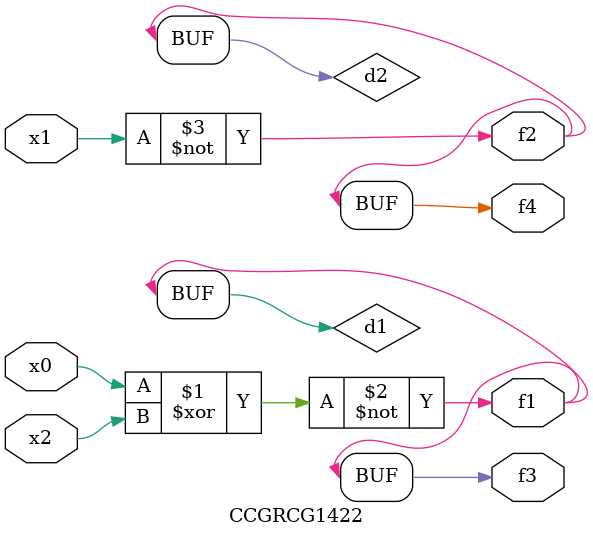
<source format=v>
module CCGRCG1422(
	input x0, x1, x2,
	output f1, f2, f3, f4
);

	wire d1, d2, d3;

	xnor (d1, x0, x2);
	nand (d2, x1);
	nor (d3, x1, x2);
	assign f1 = d1;
	assign f2 = d2;
	assign f3 = d1;
	assign f4 = d2;
endmodule

</source>
